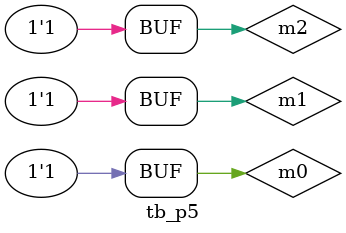
<source format=v>
module tb_p5();
	reg m2, m1, m0;
	wire A;
	
	p5 UUT (A, m2, m1, m0);
	initial
		begin
			m2 = 1'b0;
			m1 = 1'b0;
			m0 = 1'b0;
			#10;
			
			m2 = 1'b0;
			m1 = 1'b0;
			m0 = 1'b1;
			#10;
			
			m2 = 1'b0;
			m1 = 1'b1;
			m0 = 1'b0;
			#10;
			
			m2 = 1'b0;
			m1 = 1'b1;
			m0 = 1'b1;
			#10;
			
			m2 = 1'b1;
			m1 = 1'b0;
			m0 = 1'b0;
			#10;
			
			m2 = 1'b1;
			m1 = 1'b0;
			m0 = 1'b1;
			#10;
			
			m2 = 1'b1;
			m1 = 1'b1;
			m0 = 1'b0;
			#10;
			
			m2 = 1'b1;
			m1 = 1'b1;
			m0 = 1'b1;
			#10;
		end
		
		initial
		begin
			$monitor("m2 = %b, m1 = %b, m0 = %b, A = %b, time = %t\n", m2, m1, m0, A, $time);
		end
endmodule
</source>
